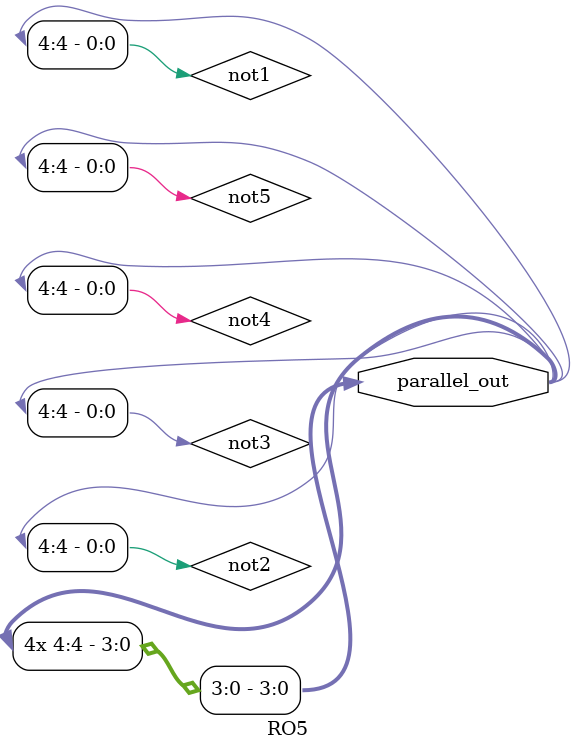
<source format=sv>

(* keep_hierarchy = "yes" *)
(* DONT_TOUCH = "yes" *)
(* keep = "true" *)
module RO5(
    output [4:0] parallel_out
);
    
    // Internal wires
    (* keep = "true" *) wire not1, not2, not3, not4, not5;

    // Create NOT gates
    assign not1 = ~not5;
    assign not2 = ~not1;
    assign not3 = ~not2;
    assign not4 = ~not3;
    assign not5 = ~not4;

    // Output
    assign parallel_out = {not1, not2, not3, not4, not5};


endmodule
</source>
